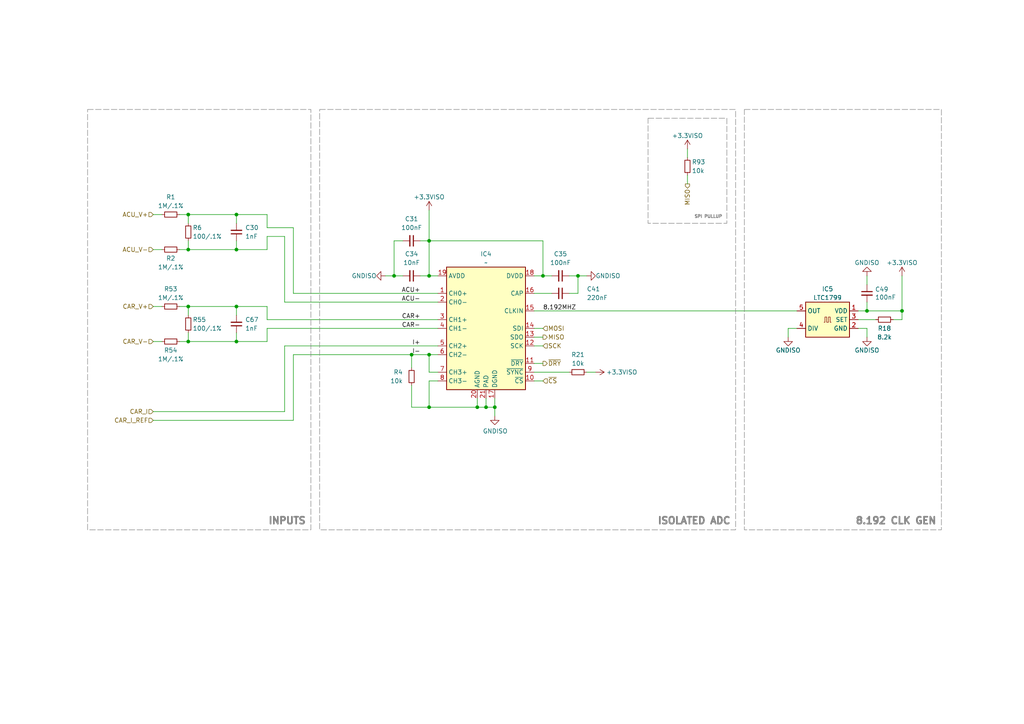
<source format=kicad_sch>
(kicad_sch (version 20231120) (generator "eeschema") (generator_version "8.0")
  (paper "A4")
  (lib_symbols
    (symbol "+3.3V_2" (power) (pin_names (offset 0))
      (property "Value" "+3.3V" (at 0 3.556 0))
      (symbol "+3.3V_2_0_1"
        (polyline (pts (xy -0.762 1.27) (xy 0 2.54)))
        (polyline (pts (xy 0 0) (xy 0 2.54)))
        (polyline (pts (xy 0 2.54) (xy 0.762 1.27)))
      )
      (symbol "+3.3V_2_1_1"
        (pin power_in line (at 0 0 90) (length 0) hide (name "+3V3") (number "1"))
      )
    )
    (symbol "+3.3V_3" (power) (pin_names (offset 0))
      (property "Value" "+3.3V" (at 0 3.556 0))
      (symbol "+3.3V_3_0_1"
        (polyline (pts (xy -0.762 1.27) (xy 0 2.54)))
        (polyline (pts (xy 0 0) (xy 0 2.54)))
        (polyline (pts (xy 0 2.54) (xy 0.762 1.27)))
      )
      (symbol "+3.3V_3_1_1"
        (pin power_in line (at 0 0 90) (length 0) hide (name "+3V3") (number "1"))
      )
    )
    (symbol "Device:C_Small" (pin_numbers hide) (pin_names (offset 0.254) hide)
      (property "Reference" "C" (at 0.254 1.778 0))
      (property "Value" "C_Small" (at 0.254 -2.032 0))
      (symbol "C_Small_0_1"
        (polyline (pts (xy -1.524 -0.508) (xy 1.524 -0.508)) (stroke (width 0.3302)))
        (polyline (pts (xy -1.524 0.508) (xy 1.524 0.508)) (stroke (width 0.3048)))
      )
      (symbol "C_Small_1_1"
        (pin passive line (at 0 2.54 270) (length 2.032) (name "~") (number "1"))
        (pin passive line (at 0 -2.54 90) (length 2.032) (name "~") (number "2"))
      )
    )
    (symbol "Device:R_Small" (pin_numbers hide) (pin_names (offset 0.254) hide)
      (property "Reference" "R" (at 0.762 0.508 0))
      (property "Value" "R_Small" (at 0.762 -1.016 0))
      (symbol "R_Small_0_1"
        (rectangle (start -0.762 1.778) (end 0.762 -1.778) (stroke (width 0.2032)))
      )
      (symbol "R_Small_1_1"
        (pin passive line (at 0 2.54 270) (length 0.762) (name "~") (number "1"))
        (pin passive line (at 0 -2.54 90) (length 0.762) (name "~") (number "2"))
      )
    )
    (symbol "GND_11" (power) (pin_names (offset 0))
      (property "Value" "GND" (at 0 -3.81 0))
      (symbol "GND_11_0_1"
        (polyline (pts (xy 0 0) (xy 0 -1.27) (xy 1.27 -1.27) (xy 0 -2.54) (xy -1.27 -1.27) (xy 0 -1.27)))
      )
      (symbol "GND_11_1_1"
        (pin power_in line (at 0 0 270) (length 0) hide (name "GND") (number "1"))
      )
    )
    (symbol "GND_12" (power) (pin_names (offset 0))
      (property "Value" "GND" (at 0 -3.81 0))
      (symbol "GND_12_0_1"
        (polyline (pts (xy 0 0) (xy 0 -1.27) (xy 1.27 -1.27) (xy 0 -2.54) (xy -1.27 -1.27) (xy 0 -1.27)))
      )
      (symbol "GND_12_1_1"
        (pin power_in line (at 0 0 270) (length 0) hide (name "GND") (number "1"))
      )
    )
    (symbol "GND_15" (power) (pin_names (offset 0))
      (property "Value" "GND" (at 0 -3.81 0))
      (symbol "GND_15_0_1"
        (polyline (pts (xy 0 0) (xy 0 -1.27) (xy 1.27 -1.27) (xy 0 -2.54) (xy -1.27 -1.27) (xy 0 -1.27)))
      )
      (symbol "GND_15_1_1"
        (pin power_in line (at 0 0 270) (length 0) hide (name "GND") (number "1"))
      )
    )
    (symbol "GND_18" (power) (pin_names (offset 0))
      (property "Value" "GND" (at 0 -3.81 0))
      (symbol "GND_18_0_1"
        (polyline (pts (xy 0 0) (xy 0 -1.27) (xy 1.27 -1.27) (xy 0 -2.54) (xy -1.27 -1.27) (xy 0 -1.27)))
      )
      (symbol "GND_18_1_1"
        (pin power_in line (at 0 0 270) (length 0) hide (name "GND") (number "1"))
      )
    )
    (symbol "GND_30" (power) (pin_names (offset 0))
      (property "Value" "GND" (at 0 -3.81 0))
      (symbol "GND_30_0_1"
        (polyline (pts (xy 0 0) (xy 0 -1.27) (xy 1.27 -1.27) (xy 0 -2.54) (xy -1.27 -1.27) (xy 0 -1.27)))
      )
      (symbol "GND_30_1_1"
        (pin power_in line (at 0 0 270) (length 0) hide (name "GND") (number "1"))
      )
    )
    (symbol "GND_8" (power) (pin_names (offset 0))
      (property "Value" "GND" (at 0 -3.81 0))
      (symbol "GND_8_0_1"
        (polyline (pts (xy 0 0) (xy 0 -1.27) (xy 1.27 -1.27) (xy 0 -2.54) (xy -1.27 -1.27) (xy 0 -1.27)))
      )
      (symbol "GND_8_1_1"
        (pin power_in line (at 0 0 270) (length 0) hide (name "GND") (number "1"))
      )
    )
    (symbol "Samacsys_kicad_sym:ADS131M04"
      (property "Reference" "IC" (at 0 22.86 0))
      (property "Value" "ADS131M04" (at 0 20.32 0))
      (symbol "ADS131M04_1_1"
        (rectangle (start -11.43 17.78) (end 11.43 -17.78) (stroke (width 0.254)) (fill (type background)))
        (pin passive line (at -13.97 10.16 0) (length 2.54) (name "CH0+") (number "1"))
        (pin passive line (at 13.97 -15.24 180) (length 2.54) (name "~{CS}") (number "10"))
        (pin passive line (at 13.97 -10.16 180) (length 2.54) (name "~{DRY}") (number "11"))
        (pin passive line (at 13.97 -5.08 180) (length 2.54) (name "SCK") (number "12"))
        (pin passive line (at 13.97 -2.54 180) (length 2.54) (name "SDO") (number "13"))
        (pin passive line (at 13.97 0 180) (length 2.54) (name "SDI") (number "14"))
        (pin passive line (at 13.97 5.08 180) (length 2.54) (name "CLKIN") (number "15"))
        (pin passive line (at 13.97 10.16 180) (length 2.54) (name "CAP") (number "16"))
        (pin passive line (at 2.54 -20.32 90) (length 2.54) (name "DGND") (number "17"))
        (pin passive line (at 13.97 15.24 180) (length 2.54) (name "DVDD") (number "18"))
        (pin passive line (at -13.97 15.24 0) (length 2.54) (name "AVDD") (number "19"))
        (pin passive line (at -13.97 7.62 0) (length 2.54) (name "CH0-") (number "2"))
        (pin passive line (at -2.54 -20.32 90) (length 2.54) (name "AGND") (number "20"))
        (pin passive line (at 0 -20.32 90) (length 2.54) (name "PAD") (number "21"))
        (pin passive line (at -13.97 2.54 0) (length 2.54) (name "CH1+") (number "3"))
        (pin passive line (at -13.97 0 0) (length 2.54) (name "CH1-") (number "4"))
        (pin passive line (at -13.97 -5.08 0) (length 2.54) (name "CH2+") (number "5"))
        (pin passive line (at -13.97 -7.62 0) (length 2.54) (name "CH2-") (number "6"))
        (pin passive line (at -13.97 -12.7 0) (length 2.54) (name "CH3+") (number "7"))
        (pin passive line (at -13.97 -15.24 0) (length 2.54) (name "CH3-") (number "8"))
        (pin passive line (at 13.97 -12.7 180) (length 2.54) (name "~{SYNC}") (number "9"))
      )
    )
    (symbol "Samacsys_kicad_sym:LTC1799"
      (property "Reference" "IC" (at 0 10.16 0))
      (property "Value" "LTC1799" (at 0 7.62 0))
      (symbol "LTC1799_0_1"
        (rectangle (start -6.35 5.08) (end 6.35 -5.08) (stroke (width 0.254)) (fill (type background)))
        (polyline (pts (xy -1.016 -0.762) (xy -0.762 -0.762) (xy -0.762 0.762) (xy -0.254 0.762) (xy -0.254 -0.762) (xy 0.254 -0.762) (xy 0.254 0.762) (xy 0.762 0.762) (xy 0.762 -0.762) (xy 1.016 -0.762)))
      )
      (symbol "LTC1799_1_1"
        (pin input line (at -8.89 2.54 0) (length 2.54) (name "VDD") (number "1"))
        (pin power_in line (at -8.89 -2.54 0) (length 2.54) (name "GND") (number "2"))
        (pin output line (at -8.89 0 0) (length 2.54) (name "SET") (number "3"))
        (pin power_in line (at 8.89 -2.54 180) (length 2.54) (name "DIV") (number "4"))
        (pin power_in line (at 8.89 2.54 180) (length 2.54) (name "OUT") (number "5"))
      )
    )
  )
  (junction (at 251.46 90.17))
  (junction (at 68.58 99.06))
  (junction (at 140.97 118.11))
  (junction (at 124.46 69.85))
  (junction (at 124.46 118.11))
  (junction (at 167.64 80.01))
  (junction (at 261.62 90.17))
  (junction (at 138.43 118.11))
  (junction (at 54.61 72.39))
  (junction (at 124.46 80.01))
  (junction (at 119.38 102.87))
  (junction (at 54.61 99.06))
  (junction (at 68.58 72.39))
  (junction (at 54.61 88.9))
  (junction (at 157.48 80.01))
  (junction (at 54.61 62.23))
  (junction (at 124.46 102.87))
  (junction (at 68.58 88.9))
  (junction (at 114.3 80.01))
  (junction (at 143.51 118.11))
  (junction (at 68.58 62.23))
  (wire (pts (xy 251.46 90.17) (xy 261.62 90.17)))
  (wire (pts (xy 44.45 88.9) (xy 46.99 88.9)))
  (wire (pts (xy 121.92 80.01) (xy 124.46 80.01)))
  (wire (pts (xy 68.58 62.23) (xy 77.47 62.23)))
  (wire (pts (xy 124.46 60.96) (xy 124.46 69.85)))
  (wire (pts (xy 44.45 72.39) (xy 46.99 72.39)))
  (wire (pts (xy 261.62 90.17) (xy 261.62 92.71)))
  (wire (pts (xy 77.47 95.25) (xy 127 95.25)))
  (wire (pts (xy 82.55 100.33) (xy 127 100.33)))
  (wire (pts (xy 54.61 91.44) (xy 54.61 88.9)))
  (wire (pts (xy 52.07 62.23) (xy 54.61 62.23)))
  (wire (pts (xy 68.58 91.44) (xy 68.58 88.9)))
  (wire (pts (xy 154.94 80.01) (xy 157.48 80.01)))
  (wire (pts (xy 52.07 99.06) (xy 54.61 99.06)))
  (wire (pts (xy 254 92.71) (xy 248.92 92.71)))
  (wire (pts (xy 119.38 102.87) (xy 124.46 102.87)))
  (wire (pts (xy 77.47 99.06) (xy 77.47 95.25)))
  (wire (pts (xy 77.47 72.39) (xy 77.47 68.58)))
  (wire (pts (xy 154.94 95.25) (xy 157.48 95.25)))
  (wire (pts (xy 77.47 88.9) (xy 77.47 92.71)))
  (wire (pts (xy 143.51 118.11) (xy 143.51 120.65)))
  (wire (pts (xy 114.3 69.85) (xy 114.3 80.01)))
  (wire (pts (xy 199.39 50.8) (xy 199.39 53.34)))
  (wire (pts (xy 52.07 72.39) (xy 54.61 72.39)))
  (wire (pts (xy 172.72 107.95) (xy 170.18 107.95)))
  (wire (pts (xy 154.94 110.49) (xy 157.48 110.49)))
  (wire (pts (xy 248.92 95.25) (xy 251.46 95.25)))
  (wire (pts (xy 157.48 69.85) (xy 124.46 69.85)))
  (wire (pts (xy 54.61 88.9) (xy 68.58 88.9)))
  (wire (pts (xy 124.46 102.87) (xy 124.46 107.95)))
  (wire (pts (xy 68.58 72.39) (xy 77.47 72.39)))
  (wire (pts (xy 154.94 105.41) (xy 157.48 105.41)))
  (wire (pts (xy 248.92 90.17) (xy 251.46 90.17)))
  (wire (pts (xy 82.55 119.38) (xy 82.55 100.33)))
  (wire (pts (xy 251.46 95.25) (xy 251.46 97.79)))
  (wire (pts (xy 82.55 87.63) (xy 127 87.63)))
  (wire (pts (xy 251.46 80.01) (xy 251.46 82.55)))
  (wire (pts (xy 85.09 102.87) (xy 85.09 121.92)))
  (wire (pts (xy 54.61 99.06) (xy 68.58 99.06)))
  (wire (pts (xy 140.97 115.57) (xy 140.97 118.11)))
  (wire (pts (xy 154.94 107.95) (xy 165.1 107.95)))
  (wire (pts (xy 54.61 64.77) (xy 54.61 62.23)))
  (wire (pts (xy 154.94 85.09) (xy 160.02 85.09)))
  (wire (pts (xy 165.1 85.09) (xy 167.64 85.09)))
  (wire (pts (xy 231.14 95.25) (xy 228.6 95.25)))
  (wire (pts (xy 124.46 110.49) (xy 124.46 118.11)))
  (wire (pts (xy 77.47 66.04) (xy 85.09 66.04)))
  (wire (pts (xy 127 80.01) (xy 124.46 80.01)))
  (wire (pts (xy 77.47 68.58) (xy 82.55 68.58)))
  (wire (pts (xy 119.38 111.76) (xy 119.38 118.11)))
  (wire (pts (xy 116.84 69.85) (xy 114.3 69.85)))
  (wire (pts (xy 85.09 85.09) (xy 127 85.09)))
  (wire (pts (xy 68.58 99.06) (xy 77.47 99.06)))
  (wire (pts (xy 165.1 80.01) (xy 167.64 80.01)))
  (wire (pts (xy 44.45 62.23) (xy 46.99 62.23)))
  (wire (pts (xy 140.97 118.11) (xy 138.43 118.11)))
  (wire (pts (xy 154.94 97.79) (xy 157.48 97.79)))
  (wire (pts (xy 111.76 80.01) (xy 114.3 80.01)))
  (wire (pts (xy 44.45 119.38) (xy 82.55 119.38)))
  (wire (pts (xy 52.07 88.9) (xy 54.61 88.9)))
  (wire (pts (xy 44.45 121.92) (xy 85.09 121.92)))
  (wire (pts (xy 143.51 115.57) (xy 143.51 118.11)))
  (wire (pts (xy 124.46 107.95) (xy 127 107.95)))
  (wire (pts (xy 170.18 80.01) (xy 167.64 80.01)))
  (wire (pts (xy 85.09 102.87) (xy 119.38 102.87)))
  (wire (pts (xy 228.6 95.25) (xy 228.6 97.79)))
  (wire (pts (xy 121.92 69.85) (xy 124.46 69.85)))
  (wire (pts (xy 154.94 100.33) (xy 157.48 100.33)))
  (wire (pts (xy 157.48 80.01) (xy 160.02 80.01)))
  (wire (pts (xy 199.39 43.18) (xy 199.39 45.72)))
  (wire (pts (xy 167.64 80.01) (xy 167.64 85.09)))
  (wire (pts (xy 44.45 99.06) (xy 46.99 99.06)))
  (wire (pts (xy 119.38 102.87) (xy 119.38 106.68)))
  (wire (pts (xy 54.61 69.85) (xy 54.61 72.39)))
  (wire (pts (xy 82.55 68.58) (xy 82.55 87.63)))
  (wire (pts (xy 54.61 96.52) (xy 54.61 99.06)))
  (wire (pts (xy 68.58 96.52) (xy 68.58 99.06)))
  (wire (pts (xy 143.51 118.11) (xy 140.97 118.11)))
  (wire (pts (xy 68.58 88.9) (xy 77.47 88.9)))
  (wire (pts (xy 154.94 90.17) (xy 231.14 90.17)))
  (wire (pts (xy 124.46 69.85) (xy 124.46 80.01)))
  (wire (pts (xy 54.61 72.39) (xy 68.58 72.39)))
  (wire (pts (xy 68.58 69.85) (xy 68.58 72.39)))
  (wire (pts (xy 124.46 102.87) (xy 127 102.87)))
  (wire (pts (xy 157.48 69.85) (xy 157.48 80.01)))
  (wire (pts (xy 114.3 80.01) (xy 116.84 80.01)))
  (wire (pts (xy 124.46 110.49) (xy 127 110.49)))
  (wire (pts (xy 77.47 92.71) (xy 127 92.71)))
  (wire (pts (xy 251.46 90.17) (xy 251.46 87.63)))
  (wire (pts (xy 124.46 118.11) (xy 138.43 118.11)))
  (wire (pts (xy 54.61 62.23) (xy 68.58 62.23)))
  (wire (pts (xy 68.58 64.77) (xy 68.58 62.23)))
  (wire (pts (xy 77.47 62.23) (xy 77.47 66.04)))
  (wire (pts (xy 261.62 92.71) (xy 259.08 92.71)))
  (wire (pts (xy 119.38 118.11) (xy 124.46 118.11)))
  (wire (pts (xy 138.43 115.57) (xy 138.43 118.11)))
  (wire (pts (xy 85.09 66.04) (xy 85.09 85.09)))
  (wire (pts (xy 261.62 80.01) (xy 261.62 90.17)))
  (rectangle (start 92.71 31.75) (end 213.36 153.67) (stroke (width 0) (type dash) (color 132 132 132 1)))
  (rectangle (start 25.4 31.75) (end 90.17 153.67) (stroke (width 0) (type dash) (color 132 132 132 1)))
  (rectangle (start 187.96 34.29) (end 210.82 64.77) (stroke (width 0) (type dash) (color 132 132 132 1)))
  (rectangle (start 215.9 31.75) (end 273.05 153.67) (stroke (width 0) (type dash) (color 132 132 132 1)))
  (text "SPI PULLUP" (at 209.55 63.5 0) (effects (font (size 0.889 0.889) (thickness 1) (bold yes)) (justify right bottom)))
  (text "INPUTS" (at 88.9 152.4 0) (effects (font (size 2 2) (thickness 1) (bold yes)) (justify right bottom)))
  (text "8.192 CLK GEN" (at 271.78 152.4 0) (effects (font (size 2 2) (thickness 1) (bold yes)) (justify right bottom)))
  (text "ISOLATED ADC" (at 212.09 152.4 0) (effects (font (size 2 2) (thickness 1) (bold yes)) (justify right bottom)))
  (label "I+" (at 121.92 100.33 180))
  (label "I-" (at 121.92 102.87 180))
  (label "ACU-" (at 121.92 87.63 180))
  (label "CAR+" (at 121.92 92.71 180))
  (label "8.192MHZ" (at 157.48 90.17 0))
  (label "CAR-" (at 121.92 95.25 180))
  (label "ACU+" (at 121.92 85.09 180))
  (hierarchical_label "ACU_V-" (shape input) (at 44.45 72.39 180))
  (hierarchical_label "CAR_V+" (shape input) (at 44.45 88.9 180))
  (hierarchical_label "CAR_V-" (shape input) (at 44.45 99.06 180))
  (hierarchical_label "~{CS}" (shape input) (at 157.48 110.49 0))
  (hierarchical_label "MISO" (shape output) (at 157.48 97.79 0))
  (hierarchical_label "MISO" (shape output) (at 199.39 53.34 270))
  (hierarchical_label "CAR_I" (shape input) (at 44.45 119.38 180))
  (hierarchical_label "MOSI" (shape input) (at 157.48 95.25 0))
  (hierarchical_label "ACU_V+" (shape input) (at 44.45 62.23 180))
  (hierarchical_label "~{DRY}" (shape output) (at 157.48 105.41 0))
  (hierarchical_label "CAR_I_REF" (shape input) (at 44.45 121.92 180))
  (hierarchical_label "SCK" (shape input) (at 157.48 100.33 0))
  (symbol (lib_name "+3.3V_3") (lib_id "power:+3.3V") (at 199.39 43.18 0) (unit 1)
    (property "Reference" "#PWR0101" (effects (hide yes)))
    (property "Value" "+3.3VISO" (at 199.39 39.37 0))
  )
  (symbol (lib_id "Device:R_Small") (at 54.61 93.98 180) (unit 1)
    (property "Reference" "R55" (at 55.88 92.71 0) (effects (justify right)))
    (property "Value" "100/.1%" (at 55.88 95.25 0) (effects (justify right)))
    (property "Footprint" "Resistor_SMD:R_1206_3216Metric" (effects (hide yes)))
    (property "Manufacturer_Name" "--" (effects (hide yes)))
    (property "Manufacturer_Part_Number" "--" (effects (hide yes)))
  )
  (symbol (lib_name "GND_11") (lib_id "power:GND") (at 251.46 80.01 0) (mirror x) (unit 1)
    (property "Reference" "#PWR0117" (effects (hide yes)))
    (property "Value" "GNDISO" (at 251.46 76.2 0))
  )
  (symbol (lib_id "Device:R_Small") (at 49.53 62.23 270) (mirror x) (unit 1)
    (property "Reference" "R1" (at 49.53 57.15 90))
    (property "Value" "1M/.1%" (at 49.53 59.69 90))
    (property "Footprint" "Resistor_SMD:R_1206_3216Metric" (effects (hide yes)))
    (property "Manufacturer_Part_Number" "754-RGV3216P-1004BT1" (effects (hide yes)))
    (property "Mouser Price/Stock" "https://www.mouser.pl/ProductDetail/Susumu/RGV3216P-1004-B-T1?qs=sGAEpiMZZMvdGkrng054t1oDJztsiizWPbQI4UUpX5WjtnS%252BTZp2yw%3D%3D" (effects (hide yes)))
  )
  (symbol (lib_id "Device:C_Small") (at 68.58 67.31 180) (unit 1)
    (property "Reference" "C30" (at 71.12 66.04 0) (effects (justify right)))
    (property "Value" "1nF" (at 71.12 68.58 0) (effects (justify right)))
    (property "Footprint" "Capacitor_SMD:C_0603_1608Metric" (effects (hide yes)))
    (property "Manufacturer_Name" "--" (effects (hide yes)))
    (property "Manufacturer_Part_Number" "--" (effects (hide yes)))
  )
  (symbol (lib_id "Device:C_Small") (at 162.56 80.01 270) (unit 1)
    (property "Reference" "C35" (at 162.56 73.66 90))
    (property "Value" "100nF" (at 162.56 76.2 90))
    (property "Footprint" "Capacitor_SMD:C_0603_1608Metric" (effects (hide yes)))
    (property "Manufacturer_Name" "--" (effects (hide yes)))
    (property "Manufacturer_Part_Number" "--" (effects (hide yes)))
    (property "Mouser Price/Stock" "https://www.mouser.pl/ProductDetail/KEMET/C0603C104J3RACTU?qs=EHsFn6hSx4W0Oy0I8JUofQ%3D%3D" (effects (hide yes)))
  )
  (symbol (lib_name "GND_8") (lib_id "power:GND") (at 228.6 97.79 0) (mirror y) (unit 1)
    (property "Reference" "#PWR080" (effects (hide yes)))
    (property "Value" "GNDISO" (at 228.6 101.6 0))
  )
  (symbol (lib_id "Samacsys_kicad_sym:ADS131M04") (at 140.97 95.25 0) (unit 1)
    (property "Reference" "IC4" (at 140.97 73.66 0))
    (property "Value" "~" (at 140.97 76.2 0))
    (property "Footprint" "Package_DFN_QFN:WQFN-20-1EP_3x3mm_P0.4mm_EP1.7x1.7mm" (effects (hide yes)))
    (property "Datasheet" "https://www.ti.com/lit/ds/symlink/ads131m04.pdf?ts=1721810436127&ref_url=https%253A%252F%252Fwww.ti.com%252Fproduct%252Fde-de%252FADS131M04%253Fbm-verify%253DAAQAAAAJ_____zMoczgzhMS3dsZHKOJd7nP1Ej96hdYxkg3ffSAClnJ09iWFzfruHNBz0HVDnAW2Tgf21QEJepjeeJKe4x1BfvXDOfGes_0dviw89tfOvYiv_3NX4XNXbW207PgKhrRb4kQ9MMhBpRZXFd6B-IQciLQZwIjIlBHgNRP9xQQGut51dMgq9Bm_bigog8jET9XhSHR1MCSQbghF7_pBx6ILH2zK4JqKVVxkyKApfdSUaHJf6MfAU7A4wruNr6E1_BUh3PNTjKfvclvhv9LzvXM6s3JBZCx1PMMldFfLhfcEUtP2pnk6JVXw0nAZvDt1KCqO" (effects (hide yes)))
    (property "Description" "Analog to Digital Converters - ADC Four-channel, 24-bit, 64-kSPS, simultaneous-sampling, delta-sigma ADC 20-WQFN -40 to 125" (effects (hide yes)))
    (property "Mouser Part Number" "ADS131M04IRUKR" (effects (hide yes)))
    (property "Mouser Price/Stock" "https://www.mouser.pl/ProductDetail/Texas-Instruments/ADS131M04IRUKR?qs=vLWxofP3U2wP1yUmK0B01A%3D%3D" (effects (hide yes)))
  )
  (symbol (lib_id "Device:C_Small") (at 119.38 80.01 270) (unit 1)
    (property "Reference" "C34" (at 119.38 73.66 90))
    (property "Value" "10nF" (at 119.38 76.2 90))
    (property "Footprint" "Capacitor_SMD:C_0603_1608Metric" (effects (hide yes)))
    (property "Manufacturer_Name" "--" (effects (hide yes)))
    (property "Manufacturer_Part_Number" "--" (effects (hide yes)))
  )
  (symbol (lib_name "GND_30") (lib_id "power:GND") (at 143.51 120.65 0) (unit 1)
    (property "Reference" "#PWR075" (effects (hide yes)))
    (property "Value" "GNDISO" (at 143.637 125.0442 0))
  )
  (symbol (lib_id "Device:R_Small") (at 167.64 107.95 90) (mirror x) (unit 1)
    (property "Reference" "R21" (at 167.64 102.87 90))
    (property "Value" "10k" (at 167.64 105.41 90))
    (property "Footprint" "Resistor_SMD:R_0603_1608Metric" (effects (hide yes)))
    (property "Manufacturer_Name" "--" (effects (hide yes)))
    (property "Manufacturer_Part_Number" "--" (effects (hide yes)))
    (property "Mouser Price/Stock" "https://www.mouser.pl/ProductDetail/YAGEO/RT0603DRE07100KL?qs=sGAEpiMZZMvdGkrng054t1nmr2c61WvadC66rbrHowc%3D" (effects (hide yes)))
  )
  (symbol (lib_name "GND_18") (lib_id "power:GND") (at 251.46 97.79 0) (mirror y) (unit 1)
    (property "Reference" "#PWR0118" (effects (hide yes)))
    (property "Value" "GNDISO" (at 251.46 101.6 0))
  )
  (symbol (lib_name "+3.3V_3") (lib_id "power:+3.3V") (at 172.72 107.95 270) (unit 1)
    (property "Reference" "#PWR0139" (effects (hide yes)))
    (property "Value" "+3.3VISO" (at 180.34 107.95 90))
  )
  (symbol (lib_id "Device:R_Small") (at 49.53 99.06 90) (unit 1)
    (property "Reference" "R54" (at 49.53 101.6 90))
    (property "Value" "1M/.1%" (at 49.53 104.14 90))
    (property "Footprint" "Resistor_SMD:R_1206_3216Metric" (effects (hide yes)))
    (property "Manufacturer_Part_Number" "754-RGV3216P-1004BT1" (effects (hide yes)))
    (property "Mouser Price/Stock" "https://www.mouser.pl/ProductDetail/Susumu/RGV3216P-1004-B-T1?qs=sGAEpiMZZMvdGkrng054t1oDJztsiizWPbQI4UUpX5WjtnS%252BTZp2yw%3D%3D" (effects (hide yes)))
  )
  (symbol (lib_id "Device:C_Small") (at 119.38 69.85 270) (unit 1)
    (property "Reference" "C31" (at 119.38 63.5 90))
    (property "Value" "100nF" (at 119.38 66.04 90))
    (property "Footprint" "Capacitor_SMD:C_0603_1608Metric" (effects (hide yes)))
    (property "Manufacturer_Name" "--" (effects (hide yes)))
    (property "Manufacturer_Part_Number" "--" (effects (hide yes)))
    (property "Mouser Price/Stock" "https://www.mouser.pl/ProductDetail/KEMET/C0603C104J3RACTU?qs=EHsFn6hSx4W0Oy0I8JUofQ%3D%3D" (effects (hide yes)))
  )
  (symbol (lib_name "+3.3V_3") (lib_id "power:+3.3V") (at 124.46 60.96 0) (unit 1)
    (property "Reference" "#PWR073" (effects (hide yes)))
    (property "Value" "+3.3VISO" (at 124.46 57.15 0))
  )
  (symbol (lib_id "Device:C_Small") (at 251.46 85.09 0) (unit 1)
    (property "Reference" "C49" (at 253.7968 83.9216 0) (effects (justify left)))
    (property "Value" "100nF" (at 253.7968 86.233 0) (effects (justify left)))
    (property "Footprint" "Capacitor_SMD:C_0603_1608Metric" (effects (hide yes)))
    (property "Manufacturer_Name" "--" (effects (hide yes)))
    (property "Manufacturer_Part_Number" "--" (effects (hide yes)))
    (property "Mouser Price/Stock" "https://www.mouser.pl/ProductDetail/KEMET/C0603C104J3RACTU?qs=EHsFn6hSx4W0Oy0I8JUofQ%3D%3D" (effects (hide yes)))
  )
  (symbol (lib_id "Device:R_Small") (at 49.53 72.39 90) (unit 1)
    (property "Reference" "R2" (at 49.53 74.93 90))
    (property "Value" "1M/.1%" (at 49.53 77.47 90))
    (property "Footprint" "Resistor_SMD:R_1206_3216Metric" (effects (hide yes)))
    (property "Manufacturer_Part_Number" "754-RGV3216P-1004BT1" (effects (hide yes)))
    (property "Mouser Price/Stock" "https://www.mouser.pl/ProductDetail/Susumu/RGV3216P-1004-B-T1?qs=sGAEpiMZZMvdGkrng054t1oDJztsiizWPbQI4UUpX5WjtnS%252BTZp2yw%3D%3D" (effects (hide yes)))
  )
  (symbol (lib_id "Device:R_Small") (at 119.38 109.22 0) (mirror y) (unit 1)
    (property "Reference" "R4" (at 116.84 107.95 0) (effects (justify left)))
    (property "Value" "10k" (at 116.84 110.49 0) (effects (justify left)))
    (property "Footprint" "Resistor_SMD:R_0603_1608Metric" (effects (hide yes)))
    (property "Manufacturer_Name" "--" (effects (hide yes)))
    (property "Manufacturer_Part_Number" "--" (effects (hide yes)))
    (property "Mouser Price/Stock" "https://www.mouser.pl/ProductDetail/YAGEO/RT0603DRE07100KL?qs=sGAEpiMZZMvdGkrng054t1nmr2c61WvadC66rbrHowc%3D" (effects (hide yes)))
  )
  (symbol (lib_id "Device:R_Small") (at 256.54 92.71 90) (mirror x) (unit 1)
    (property "Reference" "R18" (at 256.54 95.25 90))
    (property "Value" "8.2k" (at 256.54 97.79 90))
    (property "Footprint" "Resistor_SMD:R_0603_1608Metric" (effects (hide yes)))
    (property "Manufacturer_Name" "--" (effects (hide yes)))
    (property "Manufacturer_Part_Number" "--" (effects (hide yes)))
  )
  (symbol (lib_id "Device:R_Small") (at 54.61 67.31 180) (unit 1)
    (property "Reference" "R6" (at 55.88 66.04 0) (effects (justify right)))
    (property "Value" "100/.1%" (at 55.88 68.58 0) (effects (justify right)))
    (property "Footprint" "Resistor_SMD:R_1206_3216Metric" (effects (hide yes)))
    (property "Manufacturer_Name" "--" (effects (hide yes)))
    (property "Manufacturer_Part_Number" "--" (effects (hide yes)))
  )
  (symbol (lib_name "GND_15") (lib_id "power:GND") (at 111.76 80.01 270) (unit 1)
    (property "Reference" "#PWR070" (effects (hide yes)))
    (property "Value" "GNDISO" (at 109.22 80.01 90) (effects (justify right)))
  )
  (symbol (lib_id "Device:R_Small") (at 49.53 88.9 270) (mirror x) (unit 1)
    (property "Reference" "R53" (at 49.53 83.82 90))
    (property "Value" "1M/.1%" (at 49.53 86.36 90))
    (property "Footprint" "Resistor_SMD:R_1206_3216Metric" (effects (hide yes)))
    (property "Manufacturer_Part_Number" "754-RGV3216P-1004BT1" (effects (hide yes)))
    (property "Mouser Price/Stock" "https://www.mouser.pl/ProductDetail/Susumu/RGV3216P-1004-B-T1?qs=sGAEpiMZZMvdGkrng054t1oDJztsiizWPbQI4UUpX5WjtnS%252BTZp2yw%3D%3D" (effects (hide yes)))
  )
  (symbol (lib_id "Samacsys_kicad_sym:LTC1799") (at 240.03 92.71 0) (mirror y) (unit 1)
    (property "Reference" "IC5" (at 240.03 83.82 0))
    (property "Value" "LTC1799" (at 240.03 86.36 0))
    (property "Footprint" "Package_TO_SOT_SMD:SOT-23-5" (effects (hide yes)))
    (property "Datasheet" "https://www.mouser.pl/ProductDetail/Analog-Devices/LTC1799CS5TRMPBF?qs=hVkxg5c3xu%252BjeTw54ICEDA%3D%3D" (effects (hide yes)))
    (property "Description" "Silicon Oscillators 1kHz to 33MHz Res Set SOT-23 Osc" (effects (hide yes)))
  )
  (symbol (lib_name "GND_12") (lib_id "power:GND") (at 170.18 80.01 90) (unit 1)
    (property "Reference" "#PWR078" (effects (hide yes)))
    (property "Value" "GNDISO" (at 172.72 80.01 90) (effects (justify right)))
  )
  (symbol (lib_id "Device:R_Small") (at 199.39 48.26 0) (unit 1)
    (property "Reference" "R93" (at 200.66 46.99 0) (effects (justify left)))
    (property "Value" "10k" (at 200.66 49.53 0) (effects (justify left)))
    (property "Footprint" "Resistor_SMD:R_0603_1608Metric" (effects (hide yes)))
    (property "Manufacturer_Name" "--" (effects (hide yes)))
    (property "Manufacturer_Part_Number" "--" (effects (hide yes)))
    (property "Mouser Price/Stock" "https://www.mouser.pl/ProductDetail/YAGEO/RT0603DRE07100KL?qs=sGAEpiMZZMvdGkrng054t1nmr2c61WvadC66rbrHowc%3D" (effects (hide yes)))
  )
  (symbol (lib_id "Device:C_Small") (at 162.56 85.09 270) (unit 1)
    (property "Reference" "C41" (at 170.18 83.82 90) (effects (justify left)))
    (property "Value" "220nF" (at 170.18 86.36 90) (effects (justify left)))
    (property "Footprint" "Capacitor_SMD:C_0603_1608Metric" (effects (hide yes)))
    (property "Manufacturer_Name" "--" (effects (hide yes)))
    (property "Manufacturer_Part_Number" "--" (effects (hide yes)))
  )
  (symbol (lib_id "Device:C_Small") (at 68.58 93.98 180) (unit 1)
    (property "Reference" "C67" (at 71.12 92.71 0) (effects (justify right)))
    (property "Value" "1nF" (at 71.12 95.25 0) (effects (justify right)))
    (property "Footprint" "Capacitor_SMD:C_0603_1608Metric" (effects (hide yes)))
    (property "Manufacturer_Name" "--" (effects (hide yes)))
    (property "Manufacturer_Part_Number" "--" (effects (hide yes)))
  )
  (symbol (lib_name "+3.3V_2") (lib_id "power:+3.3V") (at 261.62 80.01 0) (mirror y) (unit 1)
    (property "Reference" "#PWR0119" (effects (hide yes)))
    (property "Value" "+3.3VISO" (at 261.62 76.2 0))
  )
)
</source>
